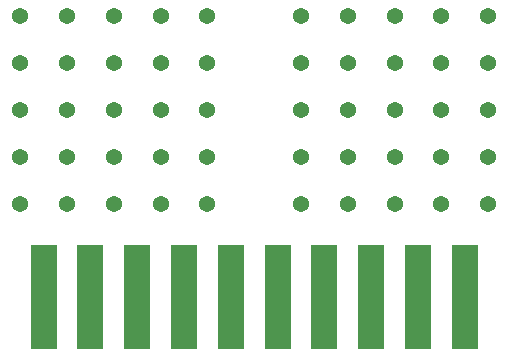
<source format=gbs>
G75*
%MOIN*%
%OFA0B0*%
%FSLAX25Y25*%
%IPPOS*%
%LPD*%
%AMOC8*
5,1,8,0,0,1.08239X$1,22.5*
%
%ADD10R,0.08800X0.34800*%
%ADD11C,0.05400*%
D10*
X0031050Y0018400D03*
X0046650Y0018400D03*
X0062250Y0018400D03*
X0077850Y0018400D03*
X0093450Y0018400D03*
X0109050Y0018400D03*
X0124650Y0018400D03*
X0140250Y0018400D03*
X0155850Y0018400D03*
X0171450Y0018400D03*
D11*
X0163650Y0049600D03*
X0148050Y0049600D03*
X0132450Y0049600D03*
X0116850Y0049600D03*
X0116850Y0065200D03*
X0132450Y0065200D03*
X0148050Y0065200D03*
X0163650Y0065200D03*
X0179250Y0065200D03*
X0179250Y0049600D03*
X0179250Y0080800D03*
X0163650Y0080800D03*
X0148050Y0080800D03*
X0132450Y0080800D03*
X0116850Y0080800D03*
X0116850Y0096400D03*
X0132450Y0096400D03*
X0148050Y0096400D03*
X0163650Y0096400D03*
X0179250Y0096400D03*
X0179250Y0112000D03*
X0163650Y0112000D03*
X0148050Y0112000D03*
X0132450Y0112000D03*
X0116850Y0112000D03*
X0085650Y0112000D03*
X0070050Y0112000D03*
X0054450Y0112000D03*
X0038850Y0112000D03*
X0023250Y0112000D03*
X0023250Y0096400D03*
X0038850Y0096400D03*
X0054450Y0096400D03*
X0070050Y0096400D03*
X0085650Y0096400D03*
X0085650Y0080800D03*
X0070050Y0080800D03*
X0054450Y0080800D03*
X0038850Y0080800D03*
X0023250Y0080800D03*
X0023250Y0065200D03*
X0038850Y0065200D03*
X0054450Y0065200D03*
X0070050Y0065200D03*
X0085650Y0065200D03*
X0085650Y0049600D03*
X0070050Y0049600D03*
X0054450Y0049600D03*
X0038850Y0049600D03*
X0023250Y0049600D03*
M02*

</source>
